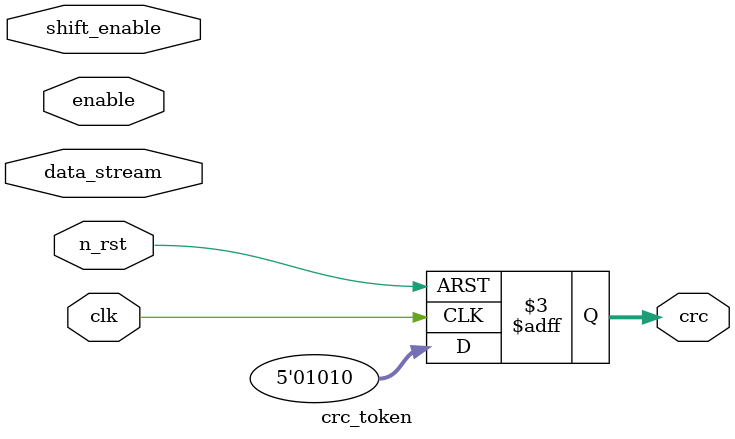
<source format=sv>
module crc_token(
    input logic clk,
    input logic n_rst,
    input logic enable,
    input logic shift_enable,
    input logic data_stream,
    // input logic reset,
    output logic [4:0] crc
);
    always_ff @( posedge clk, negedge n_rst ) begin : blockName
        if(n_rst == 1'b0) begin
            crc = '1;
        end else begin
            crc = 5'b01010;
        end
    end
    
endmodule
</source>
